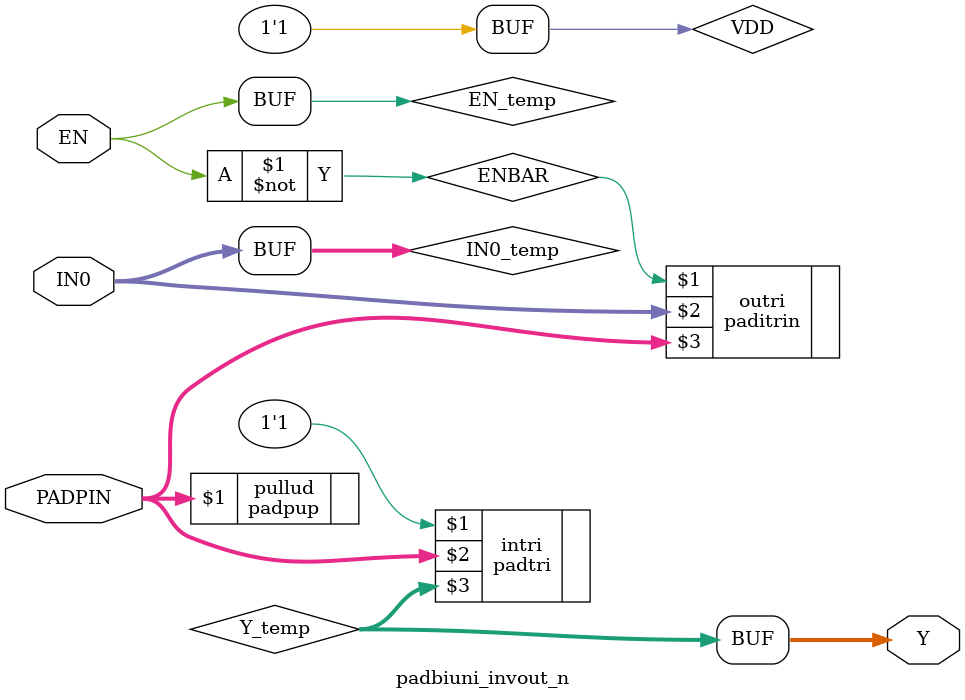
<source format=v>
module padbiuni_invout_n(EN,IN0,PADPIN,Y);
  parameter M = 7;
  parameter N = 0;
  parameter SLIM_FLAG = 0;
  parameter OUTDRIVE = "4MA";
  parameter LEVEL_SHIFTING = 0;
  parameter SCHMITT_TRIGGER = 0;
  parameter PULL_TYPE = "None";
  parameter
        d_EN_r = 0,
        d_EN_f = 0,
        d_IN0 = 0,
        d_PADPIN = 1,
        d_Y = 1;
  input  EN;
  input [M:N] IN0;
  inout [M:N] PADPIN;
  output [M:N] Y;
  wire  EN_temp;
  wire [M:N] IN0_temp;
  wire [M:N] PADPIN_temp;
  wire [M:N] Y_temp;
  supply1  VDD;
  wire  ENBAR;
  assign #(d_EN_r,d_EN_f) EN_temp = EN;
  assign #(d_IN0) IN0_temp = IN0;
  assign #(d_Y) Y = Y_temp;
  assign
    ENBAR = ( ~ EN_temp);
  padpup #(M,N,PULL_TYPE) pullud (PADPIN);
  paditrin #(M,N,PULL_TYPE) outri (ENBAR,IN0_temp,PADPIN);
  padtri #(M,N) intri (VDD,PADPIN,Y_temp);
endmodule

</source>
